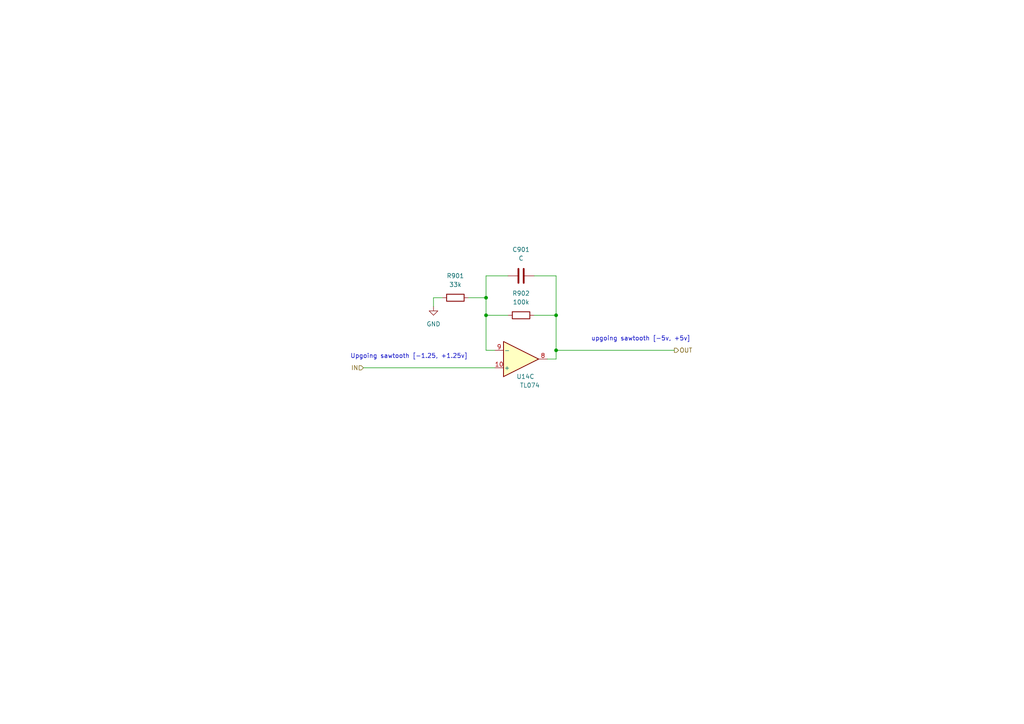
<source format=kicad_sch>
(kicad_sch (version 20211123) (generator eeschema)
  (paper "A4")
  (title_block (title "Josh Ox Ribon Synth Main VCO board") (date "2022-06-18") (rev "0") (comment 2 "creativecommons.org/licences/by/4.0") (comment 3 "license: CC by 4.0") (comment 4 "Author: Jordan Acete"))
  (lib_symbols
    (symbol "Amplifier_Operational:TL074" (pin_names (offset 0.127))
      (property "Reference" "U" (at 0 5.08 0))
      (property "Value" "TL074" (at 0 -5.08 0))
      (symbol "TL074_1_1"
        (polyline (pts (xy -5.08 5.08) (xy 5.08 0) (xy -5.08 -5.08) (xy -5.08 5.08)) (stroke (width 0.254)) (fill (type background)))
        (pin output line (at 7.62 0 180) (length 2.54) (name "~") (number "1"))
        (pin input line (at -7.62 -2.54 0) (length 2.54) (name "-") (number "2"))
        (pin input line (at -7.62 2.54 0) (length 2.54) (name "+") (number "3"))
      )
      (symbol "TL074_2_1"
        (polyline (pts (xy -5.08 5.08) (xy 5.08 0) (xy -5.08 -5.08) (xy -5.08 5.08)) (stroke (width 0.254)) (fill (type background)))
        (pin input line (at -7.62 2.54 0) (length 2.54) (name "+") (number "5"))
        (pin input line (at -7.62 -2.54 0) (length 2.54) (name "-") (number "6"))
        (pin output line (at 7.62 0 180) (length 2.54) (name "~") (number "7"))
      )
      (symbol "TL074_3_1"
        (polyline (pts (xy -5.08 5.08) (xy 5.08 0) (xy -5.08 -5.08) (xy -5.08 5.08)) (stroke (width 0.254)) (fill (type background)))
        (pin input line (at -7.62 2.54 0) (length 2.54) (name "+") (number "10"))
        (pin output line (at 7.62 0 180) (length 2.54) (name "~") (number "8"))
        (pin input line (at -7.62 -2.54 0) (length 2.54) (name "-") (number "9"))
      )
      (symbol "TL074_4_1"
        (polyline (pts (xy -5.08 5.08) (xy 5.08 0) (xy -5.08 -5.08) (xy -5.08 5.08)) (stroke (width 0.254)) (fill (type background)))
        (pin input line (at -7.62 2.54 0) (length 2.54) (name "+") (number "12"))
        (pin input line (at -7.62 -2.54 0) (length 2.54) (name "-") (number "13"))
        (pin output line (at 7.62 0 180) (length 2.54) (name "~") (number "14"))
      )
      (symbol "TL074_5_1"
        (pin power_in line (at -2.54 -7.62 90) (length 3.81) (name "V-") (number "11"))
        (pin power_in line (at -2.54 7.62 270) (length 3.81) (name "V+") (number "4"))
      )
    )
    (symbol "Device:C" (pin_numbers hide) (pin_names (offset 0.254))
      (property "Reference" "C" (at 0.635 2.54 0))
      (property "Value" "C" (at 0.635 -2.54 0))
      (symbol "C_0_1"
        (polyline (pts (xy -2.032 -0.762) (xy 2.032 -0.762)) (stroke (width 0.508)))
        (polyline (pts (xy -2.032 0.762) (xy 2.032 0.762)) (stroke (width 0.508)))
      )
      (symbol "C_1_1"
        (pin passive line (at 0 3.81 270) (length 2.794) (name "~") (number "1"))
        (pin passive line (at 0 -3.81 90) (length 2.794) (name "~") (number "2"))
      )
    )
    (symbol "Device:R" (pin_numbers hide) (pin_names (offset 0))
      (property "Reference" "R" (at 2.032 0 90))
      (property "Value" "R" (at 0 0 90))
      (symbol "R_0_1"
        (rectangle (start -1.016 -2.54) (end 1.016 2.54) (stroke (width 0.254)))
      )
      (symbol "R_1_1"
        (pin passive line (at 0 3.81 270) (length 1.27) (name "~") (number "1"))
        (pin passive line (at 0 -3.81 90) (length 1.27) (name "~") (number "2"))
      )
    )
    (symbol "power:GND" (power) (pin_names (offset 0))
      (property "Value" "GND" (at 0 -3.81 0))
      (symbol "GND_0_1"
        (polyline (pts (xy 0 0) (xy 0 -1.27) (xy 1.27 -1.27) (xy 0 -2.54) (xy -1.27 -1.27) (xy 0 -1.27)))
      )
      (symbol "GND_1_1"
        (pin power_in line (at 0 0 270) (length 0) hide (name "GND") (number "1"))
      )
    )
  )
  (junction (at 161.29 101.6))
  (junction (at 161.29 91.44))
  (junction (at 140.97 86.36))
  (junction (at 140.97 91.44))
  (wire (pts (xy 125.73 88.9) (xy 125.73 86.36)))
  (wire (pts (xy 161.29 101.6) (xy 161.29 104.14)))
  (wire (pts (xy 135.89 86.36) (xy 140.97 86.36)))
  (wire (pts (xy 161.29 91.44) (xy 161.29 101.6)))
  (wire (pts (xy 158.75 104.14) (xy 161.29 104.14)))
  (wire (pts (xy 147.32 80.01) (xy 140.97 80.01)))
  (wire (pts (xy 140.97 101.6) (xy 143.51 101.6)))
  (wire (pts (xy 140.97 80.01) (xy 140.97 86.36)))
  (wire (pts (xy 154.94 80.01) (xy 161.29 80.01)))
  (wire (pts (xy 161.29 80.01) (xy 161.29 91.44)))
  (wire (pts (xy 105.41 106.68) (xy 143.51 106.68)))
  (wire (pts (xy 140.97 86.36) (xy 140.97 91.44)))
  (wire (pts (xy 140.97 101.6) (xy 140.97 91.44)))
  (wire (pts (xy 161.29 91.44) (xy 154.94 91.44)))
  (wire (pts (xy 161.29 101.6) (xy 195.58 101.6)))
  (wire (pts (xy 140.97 91.44) (xy 147.32 91.44)))
  (wire (pts (xy 125.73 86.36) (xy 128.27 86.36)))
  (text "Upgoing sawtooth [-1.25, +1.25v]" (at 101.6 104.14 0) (effects (font (size 1.27 1.27)) (justify left bottom)))
  (text "upgoing sawtooth [-5v, +5v]" (at 171.45 99.06 0) (effects (font (size 1.27 1.27)) (justify left bottom)))
  (hierarchical_label "IN" (shape input) (at 105.41 106.68 180))
  (hierarchical_label "OUT" (shape output) (at 195.58 101.6 0))
  (symbol (lib_id "Device:R") (at 132.08 86.36 90) (unit 1)
    (property "Reference" "R901" (at 132.08 80.01 90))
    (property "Value" "33k" (at 132.08 82.55 90))
    (property "Footprint" "Resistor_SMD:R_0805_2012Metric" (effects hide))
  )
  (symbol (lib_id "Amplifier_Operational:TL074") (at 151.13 104.14 0) (mirror x) (unit 3)
    (property "Reference" "U14" (at 152.4 109.22 0))
    (property "Value" "TL074" (at 153.67 111.76 0))
    (property "Footprint" "Package_SO:SOIC-14_3.9x8.7mm_P1.27mm" (effects hide))
    (property "Datasheet" "http://www.ti.com/lit/ds/symlink/tl071.pdf" (effects hide))
  )
  (symbol (lib_id "power:GND") (at 125.73 88.9 0) (unit 1)
    (property "Reference" "#PWR0901" (effects hide))
    (property "Value" "GND" (at 125.73 93.98 0))
  )
  (symbol (lib_id "Device:C") (at 151.13 80.01 90) (unit 1)
    (property "Reference" "C901" (at 151.13 72.39 90))
    (property "Value" "C" (at 151.13 74.93 90))
    (property "Footprint" "Capacitor_SMD:C_0805_2012Metric" (effects hide))
  )
  (symbol (lib_id "Device:R") (at 151.13 91.44 90) (unit 1)
    (property "Reference" "R902" (at 151.13 85.09 90))
    (property "Value" "100k" (at 151.13 87.63 90))
    (property "Footprint" "Resistor_SMD:R_0805_2012Metric" (effects hide))
  )
)
</source>
